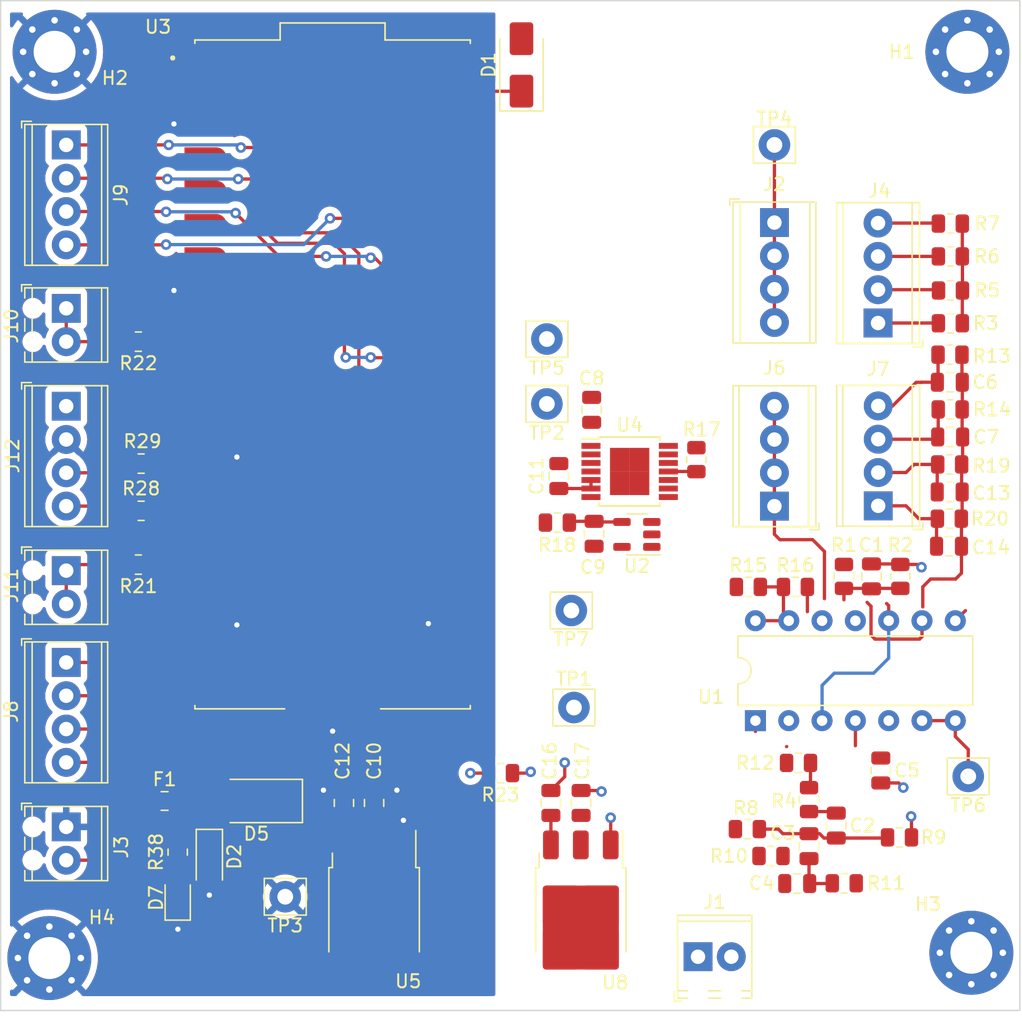
<source format=kicad_pcb>
(kicad_pcb (version 20221018) (generator pcbnew)
  (layers (0 "F.Cu" signal) (31 "B.Cu" signal) (34 "B.Paste" user) (35 "F.Paste" user) (36 "B.SilkS" user "B.Silkscreen") (37 "F.SilkS" user "F.Silkscreen") (38 "B.Mask" user) (39 "F.Mask" user) (44 "Edge.Cuts" user))
  (net 0 "")
  (net 1 "/Analog Front End/V{slash}2")
  (net 2 "GNDA")
  (net 3 "Net-(C2-Pad1)")
  (net 4 "Net-(C2-Pad2)")
  (net 5 "Net-(C3-Pad1)")
  (net 6 "Net-(J2-Pin_1)")
  (net 7 "+5V")
  (net 8 "Net-(J7-Pin_4)")
  (net 9 "Net-(U4-+IN1)")
  (net 10 "Net-(J7-Pin_3)")
  (net 11 "Net-(U2-K)")
  (net 12 "+3.3V")
  (net 13 "GNDD")
  (net 14 "Net-(D5-K)")
  (net 15 "Net-(J7-Pin_2)")
  (net 16 "Net-(J7-Pin_1)")
  (net 17 "Net-(D1-K)")
  (net 18 "Net-(D2-K)")
  (net 19 "Net-(D7-A)")
  (net 20 "+12V")
  (net 21 "Net-(J1-Pin_1)")
  (net 22 "Net-(J1-Pin_2)")
  (net 23 "Net-(J4-Pin_1)")
  (net 24 "Net-(J4-Pin_2)")
  (net 25 "Net-(J8-Pin_1)")
  (net 26 "Net-(J8-Pin_2)")
  (net 27 "Net-(J8-Pin_3)")
  (net 28 "Net-(J8-Pin_4)")
  (net 29 "Net-(J9-Pin_1)")
  (net 30 "Net-(J9-Pin_2)")
  (net 31 "Net-(J9-Pin_3)")
  (net 32 "Net-(J9-Pin_4)")
  (net 33 "Net-(J10-Pin_1)")
  (net 34 "Net-(J11-Pin_1)")
  (net 35 "/SDA")
  (net 36 "/SCL")
  (net 37 "Net-(U1A--)")
  (net 38 "Net-(J4-Pin_3)")
  (net 39 "Net-(J4-Pin_4)")
  (net 40 "Net-(U1D-+)")
  (net 41 "/Analog Front End/CS")
  (net 42 "Net-(U1B--)")
  (net 43 "Net-(U1D--)")
  (net 46 "/Analog Front End/SCK")
  (net 50 "/Analog Front End/INTERUPT")
  (net 51 "/Analog Front End/DATA_IN")
  (net 52 "/Analog Front End/DATA_OUT")
  (footprint "Capacitor_SMD:C_0805_2012Metric" (layer "F.Cu") (at 173.65 93.5625)
    (fp_text reference "C13")
    (fp_text value "TBD")
  )
  (footprint "Resistor_SMD:R_0805_2012Metric" (layer "F.Cu") (at 139.4 115 180)
    (fp_text reference "R23")
    (fp_text value "0")
  )
  (footprint "Resistor_SMD:R_0805_2012Metric" (layer "F.Cu") (at 173.7 75.6)
    (fp_text reference "R6")
    (fp_text value "50k+/-0.1%")
  )
  (footprint "Resistor_SMD:R_0805_2012Metric" (layer "F.Cu") (at 158.225 119.27 180)
    (fp_text reference "R8")
    (fp_text value "13k")
  )
  (footprint "Connector_Pin:Pin_D1.2mm_L10.2mm_W2.9mm_FlatFork" (layer "F.Cu") (at 122.9875 124.425)
    (fp_text reference "TP3")
    (fp_text value "4952")
  )
  (footprint "Capacitor_SMD:C_0805_2012Metric" (layer "F.Cu") (at 165 119 90)
    (fp_text reference "C2")
    (fp_text value "100pF")
  )
  (footprint "TerminalBlock_Phoenix:TerminalBlock_Phoenix_MPT-0,5-4-2.54_1x04_P2.54mm_Horizontal" (layer "F.Cu") (at 168.1875 80.68 90)
    (fp_text reference "J4")
    (fp_text value "Switch")
  )
  (footprint "TerminalBlock_Phoenix:TerminalBlock_Phoenix_MPT-0,5-4-2.54_1x04_P2.54mm_Horizontal" (layer "F.Cu") (at 160.2875 94.645 90)
    (fp_text reference "J6")
    (fp_text value "Switch")
  )
  (footprint "Connector_Pin:Pin_D1.2mm_L10.2mm_W2.9mm_FlatFork" (layer "F.Cu") (at 175.065 115.25)
    (fp_text reference "TP6")
    (fp_text value "4952")
  )
  (footprint "Fuse:Fuse_0805_2012Metric" (layer "F.Cu") (at 113.7875 117.125)
    (fp_text reference "F1")
    (fp_text value "2A")
  )
  (footprint "TerminalBlock_Phoenix:TerminalBlock_Phoenix_MPT-0,5-4-2.54_1x04_P2.54mm_Horizontal" (layer "F.Cu") (at 106.2875 67.1 -90)
    (fp_text reference "J9")
    (fp_text value "Current Range Switch Indicator")
  )
  (footprint "Connector_Pin:Pin_D1.2mm_L10.2mm_W2.9mm_FlatFork" (layer "F.Cu") (at 142.9375 86.85)
    (fp_text reference "TP2")
    (fp_text value "4952")
  )
  (footprint "Capacitor_SMD:C_0805_2012Metric" (layer "F.Cu") (at 143.245 117.275 90)
    (fp_text reference "C16")
    (fp_text value "0.1uF")
  )
  (footprint "Diode_SMD:D_SMA" (layer "F.Cu") (at 120.7875 117.125 180)
    (fp_text reference "D5")
    (fp_text value "B140-13-F")
  )
  (footprint "Capacitor_SMD:C_0805_2012Metric" (layer "F.Cu") (at 168.4 114.8 -90)
    (fp_text reference "C5")
    (fp_text value "0.1uF")
  )
  (footprint "Resistor_SMD:R_0805_2012Metric" (layer "F.Cu") (at 158.3 100.8)
    (fp_text reference "R15")
    (fp_text value "10k")
  )
  (footprint "Capacitor_SMD:C_0805_2012Metric" (layer "F.Cu") (at 129.7625 117.275 90)
    (fp_text reference "C10")
    (fp_text value "10uF")
  )
  (footprint "TerminalBlock_Phoenix:TerminalBlock_Phoenix_MPT-0,5-2-2.54_1x02_P2.54mm_Horizontal" (layer "F.Cu") (at 106.2875 119.1 -90)
    (fp_text reference "J3")
    (fp_text value "12V Power")
  )
  (footprint "Resistor_SMD:R_0805_2012Metric" (layer "F.Cu") (at 169.8875 100 90)
    (fp_text reference "R2")
    (fp_text value "10k")
  )
  (footprint "Diode_SMD:D_SMA" (layer "F.Cu") (at 141 61 90)
    (fp_text reference "D1")
    (fp_text value "B140-13-F")
  )
  (footprint "Connector_Pin:Pin_D1.2mm_L10.2mm_W2.9mm_FlatFork" (layer "F.Cu") (at 144.8 102.6)
    (fp_text reference "TP7")
    (fp_text value "4952")
  )
  (footprint "LC_meter:MODULE_SC0915" (layer "F.Cu") (at 126.5975 84.6)
    (fp_text reference "U3")
    (fp_text value "Raspberry Pi Pico SC0915")
  )
  (footprint "Resistor_SMD:R_0805_2012Metric" (layer "F.Cu") (at 169.825 119.9)
    (fp_text reference "R9")
    (fp_text value "13k")
  )
  (footprint "Resistor_SMD:R_0805_2012Metric" (layer "F.Cu") (at 173.6875 87.26875)
    (fp_text reference "R14")
    (fp_text value "330+/-0.1%")
  )
  (footprint "Package_TO_SOT_SMD:TO-252-3_TabPin2" (layer "F.Cu") (at 145.525 125.515 -90)
    (fp_text reference "U8")
    (fp_text value "LM1117DT-5.0")
  )
  (footprint "TerminalBlock_Phoenix:TerminalBlock_Phoenix_MPT-0,5-4-2.54_1x04_P2.54mm_Horizontal" (layer "F.Cu") (at 106.2875 87.02 -90)
    (fp_text reference "J12")
    (fp_text value "Display Connector")
  )
  (footprint "Capacitor_SMD:C_0805_2012Metric" (layer "F.Cu") (at 146.5375 96.75 -90)
    (fp_text reference "C9")
    (fp_text value "10uF")
  )
  (footprint "Resistor_SMD:R_0805_2012Metric" (layer "F.Cu") (at 111.7875 82.1 180)
    (fp_text reference "R22")
    (fp_text value "10k")
  )
  (footprint "Resistor_SMD:R_0805_2012Metric" (layer "F.Cu") (at 111.7875 99.1 180)
    (fp_text reference "R21")
    (fp_text value "10k")
  )
  (footprint "TerminalBlock_Phoenix:TerminalBlock_Phoenix_MPT-0,5-4-2.54_1x04_P2.54mm_Horizontal" (layer "F.Cu") (at 160.2875 73.02 -90)
    (fp_text reference "J2")
    (fp_text value "Switch")
  )
  (footprint "Resistor_SMD:R_0805_2012Metric" (layer "F.Cu") (at 162.125 114.22 180)
    (fp_text reference "R12")
    (fp_text value "187k")
  )
  (footprint "Resistor_SMD:R_0805_2012Metric" (layer "F.Cu") (at 173.675 83.09375)
    (fp_text reference "R13")
    (fp_text value "1e3+/-0.1%")
  )
  (footprint "Resistor_SMD:R_0805_2012Metric" (layer "F.Cu") (at 173.625 95.6)
    (fp_text reference "R20")
    (fp_text value "TBD")
  )
  (footprint "Resistor_SMD:R_0805_2012Metric" (layer "F.Cu") (at 173.65 91.4625)
    (fp_text reference "R19")
    (fp_text value "TBD")
  )
  (footprint "Resistor_SMD:R_0805_2012Metric" (layer "F.Cu") (at 160.025 121.32)
    (fp_text reference "R10")
    (fp_text value "13k")
  )
  (footprint "Capacitor_SMD:C_0805_2012Metric" (layer "F.Cu") (at 146.35 87.3 90)
    (fp_text reference "C8")
    (fp_text value "0.1uF")
  )
  (footprint "Resistor_SMD:R_0805_2012Metric" (layer "F.Cu") (at 114.7875 121.025 90)
    (fp_text reference "R38")
    (fp_text value "1.78k")
  )
  (footprint "Resistor_SMD:R_0805_2012Metric" (layer "F.Cu") (at 112 91.4 180)
    (fp_text reference "R29")
    (fp_text value "10k")
  )
  (footprint "Resistor_SMD:R_0805_2012Metric" (layer "F.Cu") (at 143.7375 95.9)
    (fp_text reference "R18")
    (fp_text value "1k")
  )
  (footprint "MountingHole:MountingHole_3.2mm_M3_Pad_Via" (layer "F.Cu") (at 105 129.1)
    (fp_text reference "H4")
    (fp_text value "M3")
  )
  (footprint "Connector_Pin:Pin_D1.2mm_L10.2mm_W2.9mm_FlatFork" (layer "F.Cu") (at 160.2875 67.1)
    (fp_text reference "TP4")
    (fp_text value "4952")
  )
  (footprint "Resistor_SMD:R_0805_2012Metric" (layer "F.Cu") (at 154.3375 91.1 -90)
    (fp_text reference "R17")
    (fp_text value "10k")
  )
  (footprint "TerminalBlock_Phoenix:TerminalBlock_Phoenix_MPT-0,5-2-2.54_1x02_P2.54mm_Horizontal" (layer "F.Cu") (at 106.2875 79.56 -90)
    (fp_text reference "J10")
    (fp_text value "Range Switch")
  )
  (footprint "Capacitor_SMD:C_0805_2012Metric" (layer "F.Cu") (at 145.545 117.275 90)
    (fp_text reference "C17")
    (fp_text value "10uF")
  )
  (footprint "Resistor_SMD:R_0805_2012Metric" (layer "F.Cu") (at 165.5875 100 -90)
    (fp_text reference "R1")
    (fp_text value "10k")
  )
  (footprint "MountingHole:MountingHole_3.2mm_M3_Pad_Via" (layer "F.Cu") (at 175 60)
    (fp_text reference "H1")
    (fp_text value "M3")
  )
  (footprint "Package_TO_SOT_SMD:TO-252-3_TabPin2" (layer "F.Cu") (at 129.7625 125.515 -90)
    (fp_text reference "U5")
    (fp_text value "LM1117DT-3.3")
  )
  (footprint "Package_SO:TSSOP-14-1EP_4.4x5mm_P0.65mm" (layer "F.Cu") (at 149.25 92)
    (fp_text reference "U4")
    (fp_text value "ADS8328IPW")
  )
  (footprint "TerminalBlock_Phoenix:TerminalBlock_Phoenix_MPT-0,5-4-2.54_1x04_P2.54mm_Horizontal" (layer "F.Cu") (at 168.2 94.62 90)
    (fp_text reference "J7")
    (fp_text value "Switch")
  )
  (footprint "Resistor_SMD:R_0805_2012Metric" (layer "F.Cu") (at 173.7 73.1)
    (fp_text reference "R7")
    (fp_text value "500k+/-0.1%")
  )
  (footprint "Connector_Pin:Pin_D1.2mm_L10.2mm_W2.9mm_FlatFork" (layer "F.Cu") (at 142.9375 81.9)
    (fp_text reference "TP5")
    (fp_text value "4952")
  )
  (footprint "Resistor_SMD:R_0805_2012Metric" (layer "F.Cu") (at 112 95 180)
    (fp_text reference "R28")
    (fp_text value "10k")
  )
  (footprint "Resistor_SMD:R_0805_2012Metric" (layer "F.Cu") (at 161.8875 100.8)
    (fp_text reference "R16")
    (fp_text value "10k")
  )
  (footprint "TerminalBlock_Phoenix:TerminalBlock_Phoenix_MPT-0,5-2-2.54_1x02_P2.54mm_Horizontal" (layer "F.Cu") (at 106.2875 99.56 -90)
    (fp_text reference "J11")
    (fp_text value "Range Switch")
  )
  (footprint "Capacitor_SMD:C_0805_2012Metric" (layer "F.Cu") (at 143.85 92.35 -90)
    (fp_text reference "C11")
    (fp_text value "0.1uF")
  )
  (footprint "Capacitor_SMD:C_0805_2012Metric" (layer "F.Cu") (at 162.925 120.57 90)
    (fp_text reference "C3")
    (fp_text value "100pF")
  )
  (footprint "Resistor_SMD:R_0805_2012Metric" (layer "F.Cu") (at 162.925 117.02 90)
    (fp_text reference "R4")
    (fp_text value "6.49k")
  )
  (footprint "LED_SMD:LED_0805_2012Metric" (layer "F.Cu") (at 114.7875 124.525 90)
    (fp_text reference "D7")
    (fp_text value "LTST-C171TBKT")
  )
  (footprint "MountingHole:MountingHole_3.2mm_M3_Pad_Via" (layer "F.Cu") (at 175.302944 128.697056)
    (fp_text reference "H3")
    (fp_text value "M3")
  )
  (footprint "Resistor_SMD:R_0805_2012Metric" (layer "F.Cu") (at 165.6125 123.4)
    (fp_text reference "R11")
    (fp_text value "13k")
  )
  (footprint "Package_DIP:DIP-14_W7.62mm" (layer "F.Cu") (at 158.84 111 90)
    (fp_text reference "U1")
    (fp_text value "LM6144xIx")
  )
  (footprint "Resistor_SMD:R_0805_2012Metric" (layer "F.Cu") (at 173.7 80.7)
    (fp_text reference "R3")
    (fp_text value "500+/-0.1%")
  )
  (footprint "Capacitor_SMD:C_0805_2012Metric" (layer "F.Cu") (at 167.6875 100 90)
    (fp_text reference "C1")
    (fp_text value "0.1uF")
  )
  (footprint "Capacitor_SMD:C_0805_2012Metric" (layer "F.Cu") (at 173.6875 89.36875)
    (fp_text reference "C7")
    (fp_text value "C")
  )
  (footprint "Capacitor_SMD:C_0805_2012Metric" (layer "F.Cu") (at 162.025 123.42)
    (fp_text reference "C4")
    (fp_text value "100pF")
  )
  (footprint "Capacitor_SMD:C_0805_2012Metric" (layer "F.Cu") (at 173.6625 85.19375)
    (fp_text reference "C6")
    (fp_text value "C")
  )
  (footprint "TerminalBlock_Phoenix:TerminalBlock_Phoenix_MPT-0,5-4-2.54_1x04_P2.54mm_Horizontal" (layer "F.Cu") (at 106.2875 106.56 -90)
    (fp_text reference "J8")
    (fp_text value "Thevenin Range Switch Indicator")
  )
  (footprint "Capacitor_SMD:C_0805_2012Metric" (layer "F.Cu") (at 173.6 97.7)
    (fp_text reference "C14")
    (fp_text value "TBD")
  )
  (footprint "Diode_SMD:D_SOD-123F" (layer "F.Cu") (at 117.2 121.5 -90)
    (fp_text reference "D2")
    (fp_text value "SMF13A")
  )
  (footprint "Capacitor_SMD:C_0805_2012Metric" (layer "F.Cu") (at 127.4625 117.275 90)
    (fp_text reference "C12")
    (fp_text value "10uF")
  )
  (footprint "MountingHole:MountingHole_3.2mm_M3_Pad_Via" (layer "F.Cu") (at 105.4 60)
    (fp_text reference "H2")
    (fp_text value "M3")
  )
  (footprint "Package_TO_SOT_SMD:SOT-23-5" (layer "F.Cu") (at 149.8 96.8 180)
    (fp_text reference "U2")
    (fp_text value "LM4030-4.096")
  )
  (footprint "TerminalBlock_Phoenix:TerminalBlock_Phoenix_MPT-0,5-2-2.54_1x02_P2.54mm_Horizontal" (layer "F.Cu") (at 154.46 129)
    (fp_text reference "J1")
    (fp_text value "DUT")
  )
  (footprint "Connector_Pin:Pin_D1.2mm_L10.2mm_W2.9mm_FlatFork" (layer "F.Cu") (at 145 110 180)
    (fp_text reference "TP1")
    (fp_text value "4952")
  )
  (footprint "Resistor_SMD:R_0805_2012Metric" (layer "F.Cu") (at 173.7125 78.2)
    (fp_text reference "R5")
    (fp_text value "5k+/-0.1%")
  )
  (gr_line (start 179 133.1) (end 101.2875 133.1) (stroke (width 0.1)) (layer "Edge.Cuts"))
  (gr_line (start 101.2875 133.1) (end 101.2875 56.1) (stroke (width 0.1)) (layer "Edge.Cuts"))
  (gr_line (start 179 56.1) (end 179 133.1) (stroke (width 0.1)) (layer "Edge.Cuts"))
  (gr_line (start 101.2875 56.1) (end 179 56.1) (stroke (width 0.1)) (layer "Edge.Cuts"))
  (segment (start 169 102.2275) (end 169 103.38) (width 0.25) (layer "F.Cu") (net 1))
  (segment (start 167.725 100.9125) (end 167.6875 100.95) (width 0.25) (layer "F.Cu") (net 1))
  (segment (start 167.65 100.9125) (end 167.6875 100.95) (width 0.25) (layer "F.Cu") (net 1))
  (segment (start 169.8875 100.9125) (end 167.725 100.9125) (width 0.25) (layer "F.Cu") (net 1))
  (segment (start 168.84 102.0675) (end 169 102.2275) (width 0.25) (layer "F.Cu") (net 1))
  (segment (start 165.5875 100.9125) (end 167.65 100.9125) (width 0.25) (layer "F.Cu") (net 1))
  (segment (start 165.5875 100.9125) (end 165.5875 101.7875) (width 0.25) (layer "F.Cu") (net 1))
  (segment (start 164.8525 107.38) (end 163.92 108.3125) (width 0.25) (layer "B.Cu") (net 1))
  (segment (start 167.8525 107.38) (end 164.8525 107.38) (width 0.25) (layer "B.Cu") (net 1))
  (segment (start 163.92 108.3125) (end 163.92 111) (width 0.25) (layer "B.Cu") (net 1))
  (segment (start 169 103.38) (end 169 106.2325) (width 0.25) (layer "B.Cu") (net 1))
  (segment (start 169 106.2325) (end 167.8525 107.38) (width 0.25) (layer "B.Cu") (net 1))
  (segment (start 145.545 116.325) (end 147.025 116.325) (width 0.25) (layer "F.Cu") (net 2))
  (segment (start 138.4875 115) (end 137.1 115) (width 0.25) (layer "F.Cu") (net 2))
  (segment (start 162.8 100.8) (end 162.8 102.6925) (width 0.25) (layer "F.Cu") (net 2))
  (segment (start 171.2875 99.0875) (end 171.5 99.3) (width 0.25) (layer "F.Cu") (net 2))
  (segment (start 166.0525 102.9725) (end 166.46 103.38) (width 0.25) (layer "F.Cu") (net 2))
  (segment (start 170.7375 118.325) (end 170.7125 118.3) (width 0.25) (layer "F.Cu") (net 2))
  (segment (start 170.7375 119.9) (end 170.7375 118.325) (width 0.25) (layer "F.Cu") (net 2))
  (segment (start 147.025 116.325) (end 147.1 116.4) (width 0.25) (layer "F.Cu") (net 2))
  (segment (start 143.85 93.3) (end 146.3 93.3) (width 0.25) (layer "F.Cu") (net 2))
  (segment (start 167.6875 99.05) (end 169.85 99.05) (width 0.25) (layer "F.Cu") (net 2))
  (segment (start 169.8875 99.0875) (end 171.2875 99.0875) (width 0.25) (layer "F.Cu") (net 2))
  (segment (start 168.4 115.75) (end 169.7625 115.75) (width 0.25) (layer "F.Cu") (net 2))
  (segment (start 169.7625 115.75) (end 170.1125 116.1) (width 0.25) (layer "F.Cu") (net 2))
  (segment (start 144.3 115.27) (end 144.3 114.2) (width 0.25) (layer "F.Cu") (net 2))
  (segment (start 143.245 116.325) (end 144.3 115.27) (width 0.25) (layer "F.Cu") (net 2))
  (segment (start 146.3 92.65) (end 146.3 93.3) (width 0.25) (layer "F.Cu") (net 2))
  (segment (start 147.805 120.475) (end 147.805 118.405) (width 0.25) (layer "F.Cu") (net 2))
  (segment (start 147.805 118.405) (end 147.8 118.4) (width 0.25) (layer "F.Cu") (net 2))
  (segment (start 169.85 99.05) (end 169.8875 99.0875) (width 0.25) (layer "F.Cu") (net 2))
  (via (at 144.3 114.2) (size 0.8) (drill 0.4) (layers "F.Cu" "B.Cu") (net 2))
  (via (at 137.1 115) (size 0.8) (drill 0.4) (layers "F.Cu" "B.Cu") (net 2))
  (via (at 147.8 118.4) (size 0.8) (drill 0.4) (layers "F.Cu" "B.Cu") (net 2))
  (via (at 147.1 116.4) (size 0.8) (drill 0.4) (layers "F.Cu" "B.Cu") (net 2))
  (via (at 170.7125 118.3) (size 0.8) (drill 0.4) (layers "F.Cu" "B.Cu") (net 2))
  (via (at 170.1125 116.1) (size 0.8) (drill 0.4) (layers "F.Cu" "B.Cu") (net 2))
  (via (at 171.5 99.3) (size 0.8) (drill 0.4) (layers "F.Cu" "B.Cu") (net 2))
  (segment (start 168.8625 119.95) (end 168.9125 119.9) (width 0.25) (layer "F.Cu") (net 3))
  (segment (start 165 119.95) (end 168.8625 119.95) (width 0.25) (layer "F.Cu") (net 3))
  (segment (start 160.9325 119.62) (end 162.925 119.62) (width 0.25) (layer "F.Cu") (net 3))
  (segment (start 163.7325 119.62) (end 164.0625 119.95) (width 0.25) (layer "F.Cu") (net 3))
  (segment (start 164.0625 119.95) (end 165 119.95) (width 0.25) (layer "F.Cu") (net 3))
  (segment (start 162.925 119.62) (end 163.7325 119.62) (width 0.25) (layer "F.Cu") (net 3))
  (segment (start 160.5825 119.27) (end 160.9325 119.62) (width 0.25) (layer "F.Cu") (net 3))
  (segment (start 159.1375 119.27) (end 160.5825 119.27) (width 0.25) (layer "F.Cu") (net 3))
  (segment (start 164.8825 117.9325) (end 165 118.05) (width 0.25) (layer "F.Cu") (net 4))
  (segment (start 162.925 117.9325) (end 164.8825 117.9325) (width 0.25) (layer "F.Cu") (net 4))
  (segment (start 162.925 121.52) (end 162.925 123.37) (width 0.25) (layer "F.Cu") (net 5))
  (segment (start 164.68 123.42) (end 164.7 123.4) (width 0.25) (layer "F.Cu") (net 5))
  (segment (start 162.925 123.37) (end 162.975 123.42) (width 0.25) (layer "F.Cu") (net 5))
  (segment (start 162.975 123.42) (end 164.68 123.42) (width 0.25) (layer "F.Cu") (net 5))
  (segment (start 164.62 123.32) (end 164.7 123.4) (width 0.25) (layer "F.Cu") (net 5))
  (segment (start 158.84 111) (end 158.84 111.825) (width 0.25) (layer "F.Cu") (net 6))
  (segment (start 160.2875 73.02) (end 160.2875 67.1) (width 0.25) (layer "F.Cu") (net 6))
  (segment (start 160.2875 78.1) (end 160.2875 80.64) (width 0.25) (layer "F.Cu") (net 6))
  (segment (start 160.2875 75.56) (end 160.2875 78.1) (width 0.25) (layer "F.Cu") (net 6))
  (segment (start 161.225 112.97) (end 161.2125 112.9825) (width 0.25) (layer "F.Cu") (net 6))
  (segment (start 160.2875 73.02) (end 160.2875 75.56) (width 0.25) (layer "F.Cu") (net 6))
  (segment (start 168.52 113.73) (end 168.4 113.85) (width 0.25) (layer "F.Cu") (net 7))
  (segment (start 166.46 111) (end 166.46 112.91) (width 0.25) (layer "F.Cu") (net 7))
  (segment (start 168.2 87) (end 169.3 87) (width 0.25) (layer "F.Cu") (net 8))
  (segment (start 171.50625 85.19375) (end 172.7125 85.19375) (width 0.25) (layer "F.Cu") (net 8))
  (segment (start 171.5 85.2) (end 171.50625 85.19375) (width 0.25) (layer "F.Cu") (net 8))
  (segment (start 172.7625 85.14375) (end 172.7125 85.19375) (width 0.25) (layer "F.Cu") (net 8))
  (segment (start 171.1 85.2) (end 171.5 85.2) (width 0.25) (layer "F.Cu") (net 8))
  (segment (start 169.3 87) (end 171.1 85.2) (width 0.25) (layer "F.Cu") (net 8))
  (segment (start 172.7625 83.09375) (end 172.7625 85.14375) (width 0.25) (layer "F.Cu") (net 8))
  (segment (start 171.6 102.3275) (end 171.6 100.8) (width 0.25) (layer "F.Cu") (net 9))
  (segment (start 174.6 87.26875) (end 174.6 89.33125) (width 0.25) (layer "F.Cu") (net 9))
  (segment (start 174.6375 89.36875) (end 174.6375 91.3875) (width 0.25) (layer "F.Cu") (net 9))
  (segment (start 174.6 89.33125) (end 174.6375 89.36875) (width 0.25) (layer "F.Cu") (net 9))
  (segment (start 174.5625 93.525) (end 174.6 93.5625) (width 0.25) (layer "F.Cu") (net 9))
  (segment (start 174.1 100.2) (end 174.55 99.75) (width 0.25) (layer "F.Cu") (net 9))
  (segment (start 174.5625 91.4625) (end 174.5625 93.525) (width 0.25) (layer "F.Cu") (net 9))
  (segment (start 174.55 97.7) (end 174.55 95.6125) (width 0.25) (layer "F.Cu") (net 9))
  (segment (start 174.6125 87.25625) (end 174.6 87.26875) (width 0.25) (layer "F.Cu") (net 9))
  (segment (start 171.6 100.8) (end 172.2 100.2) (width 0.25) (layer "F.Cu") (net 9))
  (segment (start 174.55 95.6125) (end 174.5375 95.6) (width 0.25) (layer "F.Cu") (net 9))
  (segment (start 174.6125 85.19375) (end 174.6125 87.25625) (width 0.25) (layer "F.Cu") (net 9))
  (segment (start 172.2 100.2) (end 174.1 100.2) (width 0.25) (layer "F.Cu") (net 9))
  (segment (start 174.55 99.75) (end 174.55 97.7) (width 0.25) (layer "F.Cu") (net 9))
  (segment (start 174.5875 83.09375) (end 174.5875 85.16875) (width 0.25) (layer "F.Cu") (net 9))
  (segment (start 174.6 95.5375) (end 174.5375 95.6) (width 0.25) (layer "F.Cu") (net 9))
  (segment (start 174.6 93.5625) (end 174.6 95.5375) (width 0.25) (layer "F.Cu") (net 9))
  (segment (start 174.6375 91.3875) (end 174.5625 91.4625) (width 0.25) (layer "F.Cu") (net 9))
  (segment (start 174.5875 85.16875) (end 174.6125 85.19375) (width 0.25) (layer "F.Cu") (net 9))
  (segment (start 174.08 103.38) (end 174.8525 102.6075) (width 0.25) (layer "F.Cu") (net 9))
  (segment (start 168.2 89.54) (end 172.56625 89.54) (width 0.25) (layer "F.Cu") (net 10))
  (segment (start 172.775 89.33125) (end 172.7375 89.36875) (width 0.25) (layer "F.Cu") (net 10))
  (segment (start 172.56625 89.54) (end 172.7375 89.36875) (width 0.25) (layer "F.Cu") (net 10))
  (segment (start 172.775 87.26875) (end 172.775 89.33125) (width 0.25) (layer "F.Cu") (net 10))
  (segment (start 144.75 95.8) (end 144.65 95.9) (width 0.25) (layer "F.Cu") (net 11))
  (segment (start 146.5375 95.8) (end 144.75 95.8) (width 0.25) (layer "F.Cu") (net 11))
  (segment (start 146.5875 95.85) (end 146.5375 95.8) (width 0.25) (layer "F.Cu") (net 11))
  (segment (start 148.6625 95.85) (end 146.5875 95.85) (width 0.25) (layer "F.Cu") (net 11))
  (segment (start 116.9075 103.65) (end 119.25 103.65) (width 0.25) (layer "F.Cu") (net 13))
  (segment (start 114.7875 126.8875) (end 114.8 126.9) (width 0.25) (layer "F.Cu") (net 13))
  (segment (start 132.0425 118.6425) (end 132 118.6) (width 0.25) (layer "F.Cu") (net 13))
  (segment (start 119.25 103.65) (end 119.3 103.7) (width 0.25) (layer "F.Cu") (net 13))
  (segment (start 136.2875 103.65) (end 133.95 103.65) (width 0.25) (layer "F.Cu") (net 13))
  (segment (start 126.5975 109.3) (end 126.5975 111.7975) (width 0.25) (layer "F.Cu") (net 13))
  (segment (start 114.55 78.25) (end 114.5 78.2) (width 0.25) (layer "F.Cu") (net 13))
  (segment (start 133.95 103.65) (end 133.9 103.6) (width 0.25) (layer "F.Cu") (net 13))
  (segment (start 129.7625 116.325) (end 131.475 116.325) (width 0.25) (layer "F.Cu") (net 13))
  (segment (start 140.3125 115) (end 141.6 115) (width 0.25) (layer "F.Cu") (net 13))
  (segment (start 127.4625 116.325) (end 125.925 116.325) (width 0.25) (layer "F.Cu") (net 13))
  (segment (start 132.0425 120.475) (end 132.0425 118.6425) (width 0.25) (layer "F.Cu") (net 13))
  (segment (start 119.25 90.95) (end 119.3 90.9) (width 0.25) (layer "F.Cu") (net 13))
  (segment (start 114.7875 125.4625) (end 114.7875 126.8875) (width 0.25) (layer "F.Cu") (net 13))
  (segment (start 116.9075 90.95) (end 119.25 90.95) (width 0.25) (layer "F.Cu") (net 13))
  (segment (start 114.55 65.55) (end 114.5 65.5) (width 0.25) (layer "F.Cu") (net 13))
  (segment (start 116.9075 65.55) (end 114.55 65.55) (width 0.25) (layer "F.Cu") (net 13))
  (segment (start 131.475 116.325) (end 131.5 116.3) (width 0.25) (layer "F.Cu") (net 13))
  (segment (start 126.5975 111.7975) (end 126.6 111.8) (width 0.25) (layer "F.Cu") (net 13))
  (segment (start 125.925 116.325) (end 125.9 116.3) (width 0.25) (layer "F.Cu") (net 13))
  (segment (start 141.6 115) (end 141.7 114.9) (width 0.25) (layer "F.Cu") (net 13))
  (segment (start 117.2 122.9) (end 117.2 124.3) (width 0.25) (layer "F.Cu") (net 13))
  (segment (start 116.9075 78.25) (end 114.55 78.25) (width 0.25) (layer "F.Cu") (net 13))
  (via (at 117.2 124.3) (size 0.8) (drill 0.4) (layers "F.Cu" "B.Cu") (net 13))
  (via (at 133.9 103.6) (size 0.8) (drill 0.4) (layers "F.Cu" "B.Cu") (net 13))
  (via (at 126.6 111.8) (size 0.8) (drill 0.4) (layers "F.Cu" "B.Cu") (net 13))
  (via (at 141.7 114.9) (size 0.8) (drill 0.4) (layers "F.Cu" "B.Cu") (net 13))
  (via (at 119.3 90.9) (size 0.8) (drill 0.4) (layers "F.Cu" "B.Cu") (net 13))
  (via (at 114.5 78.2) (size 0.8) (drill 0.4) (layers "F.Cu" "B.Cu") (net 13))
  (via (at 132 118.6) (size 0.8) (drill 0.4) (layers "F.Cu" "B.Cu") (net 13))
  (via (at 114.8 126.9) (size 0.8) (drill 0.4) (layers "F.Cu" "B.Cu") (net 13))
  (via (at 131.5 116.3) (size 0.8) (drill 0.4) (layers "F.Cu" "B.Cu") (net 13))
  (via (at 114.5 65.5) (size 0.8) (drill 0.4) (layers "F.Cu" "B.Cu") (net 13))
  (via (at 119.3 103.7) (size 0.8) (drill 0.4) (layers "F.Cu" "B.Cu") (net 13))
  (via (at 125.9 116.3) (size 0.8) (drill 0.4) (layers "F.Cu" "B.Cu") (net 13))
  (segment (start 122.7875 117.125) (end 124.625 117.125) (width 0.25) (layer "F.Cu") (net 14))
  (segment (start 143.245 118.225) (end 143.245 120.475) (width 0.25) (layer "F.Cu") (net 14))
  (segment (start 124.625 117.125) (end 125.1 117.6) (width 0.25) (layer "F.Cu") (net 14))
  (segment (start 127.4625 120.455) (end 127.4825 120.475) (width 0.25) (layer "F.Cu") (net 14))
  (segment (start 125.1 118) (end 125.325 118.225) (width 0.25) (layer "F.Cu") (net 14))
  (segment (start 125.325 118.225) (end 127.4625 118.225) (width 0.25) (layer "F.Cu") (net 14))
  (segment (start 127.4625 118.225) (end 127.4625 120.455) (width 0.25) (layer "F.Cu") (net 14))
  (segment (start 125.1 117.6) (end 125.1 118) (width 0.25) (layer "F.Cu") (net 14))
  (segment (start 170.32 92.08) (end 170.9375 91.4625) (width 0.25) (layer "F.Cu") (net 15))
  (segment (start 172.7 91.5) (end 172.7375 91.4625) (width 0.25) (layer "F.Cu") (net 15))
  (segment (start 172.7 93.5625) (end 172.7 91.5) (width 0.25) (layer "F.Cu") (net 15))
  (segment (start 170.9375 91.4625) (end 172.7375 91.4625) (width 0.25) (layer "F.Cu") (net 15))
  (segment (start 168.2 92.08) (end 170.32 92.08) (width 0.25) (layer "F.Cu") (net 15))
  (segment (start 171.3 95.6) (end 172.7125 95.6) (width 0.25) (layer "F.Cu") (net 16))
  (segment (start 172.65 97.7) (end 172.65 95.6625) (width 0.25) (layer "F.Cu") (net 16))
  (segment (start 170.32 94.62) (end 171.3 95.6) (width 0.25) (layer "F.Cu") (net 16))
  (segment (start 172.65 95.6625) (end 172.7125 95.6) (width 0.25) (layer "F.Cu") (net 16))
  (segment (start 168.2 94.62) (end 170.32 94.62) (width 0.25) (layer "F.Cu") (net 16))
  (segment (start 140.99 63.01) (end 141 63) (width 0.25) (layer "F.Cu") (net 17))
  (segment (start 136.2875 63.01) (end 140.99 63.01) (width 0.25) (layer "F.Cu") (net 17))
  (segment (start 117.2 119.2) (end 117.7 118.7) (width 0.25) (layer "F.Cu") (net 18))
  (segment (start 117.2 120.1) (end 117.2 119.2) (width 0.25) (layer "F.Cu") (net 18))
  (segment (start 117.1875 120.1125) (end 117.2 120.1) (width 0.25) (layer "F.Cu") (net 18))
  (segment (start 117.7 118.7) (end 118.5 118.7) (width 0.25) (layer "F.Cu") (net 18))
  (segment (start 114.725 117.125) (end 118.7875 117.125) (width 0.25) (layer "F.Cu") (net 18))
  (segment (start 118.7875 118.4125) (end 118.7875 117.125) (width 0.25) (layer "F.Cu") (net 18))
  (segment (start 114.7875 120.1125) (end 117.1875 120.1125) (width 0.25) (layer "F.Cu") (net 18))
  (segment (start 118.5 118.7) (end 118.7875 118.4125) (width 0.25) (layer "F.Cu") (net 18))
  (segment (start 114.7875 121.9375) (end 114.7875 123.5875) (width 0.25) (layer "F.Cu") (net 19))
  (segment (start 106.2875 121.64) (end 110.36 121.64) (width 0.25) (layer "F.Cu") (net 20))
  (segment (start 110.8 121.2) (end 110.8 118.2) (width 0.25) (layer "F.Cu") (net 20))
  (segment (start 110.36 121.64) (end 110.8 121.2) (width 0.25) (layer "F.Cu") (net 20))
  (segment (start 110.8 118.2) (end 111.875 117.125) (width 0.25) (layer "F.Cu") (net 20))
  (segment (start 111.875 117.125) (end 112.85 117.125) (width 0.25) (layer "F.Cu") (net 20))
  (segment (start 164.1 98.1) (end 164.1 101.7) (width 0.25) (layer "F.Cu") (net 21))
  (segment (start 167.6525 102.28) (end 167.6525 104.48) (width 0.25) (layer "F.Cu") (net 21))
  (segment (start 167.9525 104.78) (end 171.3525 104.78) (width 0.25) (layer "F.Cu") (net 21))
  (segment (start 160.2875 94.645) (end 160.2875 96.7875) (width 0.25) (layer "F.Cu") (net 21))
  (segment (start 167.3525 101.98) (end 167.6525 102.28) (width 0.25) (layer "F.Cu") (net 21))
  (segment (start 160.7 97.2) (end 163.2 97.2) (width 0.25) (layer "F.Cu") (net 21))
  (segment (start 160.2875 89.565) (end 160.2875 92.105) (width 0.25) (layer "F.Cu") (net 21))
  (segment (start 171.54 104.5925) (end 171.54 103.38) (width 0.25) (layer "F.Cu") (net 21))
  (segment (start 160.2875 96.7875) (end 160.7 97.2) (width 0.25) (layer "F.Cu") (net 21))
  (segment (start 171.3525 104.78) (end 171.54 104.5925) (width 0.25) (layer "F.Cu") (net 21))
  (segment (start 167.6525 104.48) (end 167.9525 104.78) (width 0.25) (layer "F.Cu") (net 21))
  (segment (start 160.2875 92.105) (end 160.2875 94.645) (width 0.25) (layer "F.Cu") (net 21))
  (segment (start 160.2875 87.025) (end 160.2875 89.565) (width 0.25) (layer "F.Cu") (net 21))
  (segment (start 163.2 97.2) (end 164.1 98.1) (width 0.25) (layer "F.Cu") (net 21))
  (segment (start 174.6125 80.7) (end 174.6125 78.2125) (width 0.25) (layer "F.Cu") (net 22))
  (segment (start 174.625 78.2) (end 174.625 75.6125) (width 0.25) (layer "F.Cu") (net 22))
  (segment (start 174.625 75.6125) (end 174.6125 75.6) (width 0.25) (layer "F.Cu") (net 22))
  (segment (start 174.6125 75.6) (end 174.6125 73.1) (width 0.25) (layer "F.Cu") (net 22))
  (segment (start 174.6125 78.2125) (end 174.625 78.2) (width 0.25) (layer "F.Cu") (net 22))
  (segment (start 172.7675 80.68) (end 172.7875 80.7) (width 0.25) (layer "F.Cu") (net 23))
  (segment (start 168.1875 80.68) (end 172.7675 80.68) (width 0.25) (layer "F.Cu") (net 23))
  (segment (start 168.1875 78.14) (end 172.74 78.14) (width 0.25) (layer "F.Cu") (net 24))
  (segment (start 172.74 78.14) (end 172.8 78.2) (width 0.25) (layer "F.Cu") (net 24))
  (segment (start 106.2875 106.56) (end 111.84 106.56) (width 0.25) (layer "F.Cu") (net 25))
  (segment (start 114.29 101.11) (end 116.9075 101.11) (width 0.25) (layer "F.Cu") (net 25))
  (segment (start 111.84 106.56) (end 113.5 104.9) (width 0.25) (layer "F.Cu") (net 25))
  (segment (start 113.5 101.9) (end 114.29 101.11) (width 0.25) (layer "F.Cu") (net 25))
  (segment (start 113.5 104.9) (end 113.5 101.9) (width 0.25) (layer "F.Cu") (net 25))
  (segment (start 106.2875 109.1) (end 110.8 109.1) (width 0.25) (layer "F.Cu") (net 26))
  (segment (start 113.71 106.19) (end 116.9075 106.19) (width 0.25) (layer "F.Cu") (net 26))
  (segment (start 110.8 109.1) (end 113.71 106.19) (width 0.25) (layer "F.Cu") (net 26))
  (segment (start 113.1 108.7) (end 113.13 108.73) (width 0.25) (layer "F.Cu") (net 27))
  (segment (start 113.13 108.73) (end 116.9075 108.73) (width 0.25) (layer "F.Cu") (net 27))
  (segment (start 106.2875 111.64) (end 110.16 111.64) (width 0.25) (layer "F.Cu") (net 27))
  (segment (start 110.16 111.64) (end 113.1 108.7) (width 0.25) (layer "F.Cu") (net 27))
  (segment (start 106.2875 114.18) (end 109.52 114.18) (width 0.25) (layer "F.Cu") (net 28))
  (segment (start 113 110.7) (end 119.7 110.7) (width 0.25) (layer "F.Cu") (net 28))
  (segment (start 121.4 109) (end 121.4 107.4) (width 0.25) (layer "F.Cu") (net 28))
  (segment (start 119.7 110.7) (end 121.4 109) (width 0.25) (layer "F.Cu") (net 28))
  (segment (start 109.52 114.18) (end 113 110.7) (width 0.25) (layer "F.Cu") (net 28))
  (segment (start 132.53 108.73) (end 136.2875 108.73) (width 0.25) (layer "F.Cu") (net 28))
  (segment (start 121.4 107.4) (end 122.2 106.6) (width 0.25) (layer "F.Cu") (net 28))
  (segment (start 130.4 106.6) (end 132.53 108.73) (width 0.25) (layer "F.Cu") (net 28))
  (segment (start 122.2 106.6) (end 130.4 106.6) (width 0.25) (layer "F.Cu") (net 28))
  (segment (start 122.7 73.8) (end 127 73.8) (width 0.25) (layer "F.Cu") (net 29))
  (segment (start 122.3 73.4) (end 122.7 73.8) (width 0.25) (layer "F.Cu") (net 29))
  (segment (start 127 73.8) (end 128.6 75.4) (width 0.25) (layer "F.Cu") (net 29))
  (segment (start 119.6 67.3) (end 121.6 67.3) (width 0.25) (layer "F.Cu") (net 29))
  (segment (start 106.2875 67.1) (end 114.1 67.1) (width 0.25) (layer "F.Cu") (net 29))
  (segment (start 122.3 68) (end 122.3 73.4) (width 0.25) (layer "F.Cu") (net 29))
  (segment (start 129.71 88.41) (end 136.2875 88.41) (width 0.25) (layer "F.Cu") (net 29))
  (segment (start 121.6 67.3) (end 122.3 68) (width 0.25) (layer "F.Cu") (net 29))
  (segment (start 128.6 87.3) (end 129.71 88.41) (width 0.25) (layer "F.Cu") (net 29))
  (segment (start 128.6 75.4) (end 128.6 87.3) (width 0.25) (layer "F.Cu") (net 29))
  (via (at 114.1 67.1) (size 0.8) (drill 0.4) (layers "F.Cu" "B.Cu") (net 29))
  (via (at 119.6 67.3) (size 0.8) (drill 0.4) (layers "F.Cu" "B.Cu") (net 29))
  (segment (start 119.4 67.1) (end 119.6 67.3) (width 0.25) (layer "B.Cu") (net 29))
  (segment (start 114.1 67.1) (end 119.4 67.1) (width 0.25) (layer "B.Cu") (net 29))
  (segment (start 121.5 70.1) (end 121.5 73.7) (width 0.25) (layer "F.Cu") (net 30))
  (segment (start 119.4 69.7) (end 121.1 69.7) (width 0.25) (layer "F.Cu") (net 30))
  (segment (start 106.2875 69.64) (end 113.94 69.64) (width 0.25) (layer "F.Cu") (net 30))
  (segment (start 122.4 74.6) (end 126.3 74.6) (width 0.25) (layer "F.Cu") (net 30))
  (segment (start 129.53 83.33) (end 136.2875 83.33) (width 0.25) (layer "F.Cu") (net 30))
  (segment (start 129.5 83.3) (end 129.53 83.33) (width 0.25) (layer "F.Cu") (net 30))
  (segment (start 126.3 74.6) (end 126.7 74.6) (width 0.25) (layer "F.Cu") (net 30))
  (segment (start 127.5 83.2) (end 127.6 83.3) (width 0.25) (layer "F.Cu") (net 30))
  (segment (start 127.5 75.4) (end 127.5 83.2) (width 0.25) (layer "F.Cu") (net 30))
  (segment (start 121.5 73.7) (end 122 74.2) (width 0.25) (layer "F.Cu") (net 30))
  (segment (start 126.7 74.6) (end 127.5 75.4) (width 0.25) (layer "F.Cu") (net 30))
  (segment (start 113.94 69.64) (end 114 69.7) (width 0.25) (layer "F.Cu") (net 30))
  (segment (start 121.1 69.7) (end 121.5 70.1) (width 0.25) (layer "F.Cu") (net 30))
  (segment (start 122 74.2) (end 122.4 74.6) (width 0.25) (layer "F.Cu") (net 30))
  (via (at 114 69.7) (size 0.8) (drill 0.4) (layers "F.Cu" "B.Cu") (net 30))
  (via (at 129.5 83.3) (size 0.8) (drill 0.4) (layers "F.Cu" "B.Cu") (net 30))
  (via (at 127.6 83.3) (size 0.8) (drill 0.4) (layers "F.Cu" "B.Cu") (net 30))
  (via (at 119.4 69.7) (size 0.8) (drill 0.4) (layers "F.Cu" "B.Cu") (net 30))
  (segment (start 114 69.7) (end 119.4 69.7) (width 0.25) (layer "B.Cu") (net 30))
  (segment (start 127.6 83.3) (end 129.5 83.3) (width 0.25) (layer "B.Cu") (net 30))
  (segment (start 119.2 72.3) (end 122.5 75.6) (width 0.25) (layer "F.Cu") (net 31))
  (segment (start 130.3 76.2) (end 130.3 79.7) (width 0.25) (layer "F.Cu") (net 31))
  (segment (start 129.8 75.7) (end 130.3 76.2) (width 0.25) (layer "F.Cu") (net 31))
  (segment (start 129.5 75.7) (end 129.8 75.7) (width 0.25) (layer "F.Cu") (net 31))
  (segment (start 130.3 79.7) (end 131.39 80.79) (width 0.25) (layer "F.Cu") (net 31))
  (segment (start 122.5 75.6) (end 126.1 75.6) (width 0.25) (layer "F.Cu") (net 31))
  (segment (start 113.88 72.18) (end 113.9 72.2) (width 0.25) (layer "F.Cu") (net 31))
  (segment (start 131.39 80.79) (end 136.2875 80.79) (width 0.25) (layer "F.Cu") (net 31))
  (segment (start 106.2875 72.18) (end 113.88 72.18) (width 0.25) (layer "F.Cu") (net 31))
  (via (at 113.9 72.2) (size 0.8) (drill 0.4) (layers "F.Cu" "B.Cu") (net 31))
  (via (at 126.1 75.6) (size 0.8) (drill 0.4) (layers "F.Cu" "B.Cu") (net 31))
  (via (at 119.2 72.3) (size 0.8) (drill 0.4) (layers "F.Cu" "B.Cu") (net 31))
  (via (at 129.5 75.7) (size 0.8) (drill 0.4) (layers "F.Cu" "B.Cu") (net 31))
  (segment (start 129.4 75.6) (end 129.5 75.7) (width 0.25) (layer "B.Cu") (net 31))
  (segment (start 113.9 72.2) (end 119.1 72.2) (width 0.25) (layer "B.Cu") (net 31))
  (segment (start 119.1 72.2) (end 119.2 72.3) (width 0.25) (layer "B.Cu") (net 31))
  (segment (start 126.1 75.6) (end 129.4 75.6) (width 0.25) (layer "B.Cu") (net 31))
  (segment (start 106.2875 74.72) (end 113.88 74.72) (width 0.25) (layer "F.Cu") (net 32))
  (segment (start 131.6 75.1) (end 132.21 75.71) (width 0.25) (layer "F.Cu") (net 32))
  (segment (start 113.88 74.72) (end 113.9 74.7) (width 0.25) (layer "F.Cu") (net 32))
  (segment (start 126.4 72.7) (end 130.7 72.7) (width 0.25) (layer "F.Cu") (net 32))
  (segment (start 130.7 72.7) (end 131.6 73.6) (width 0.25) (layer "F.Cu") (net 32))
  (segment (start 132.21 75.71) (end 136.2875 75.71) (width 0.25) (layer "F.Cu") (net 32))
  (segment (start 131.6 73.6) (end 131.6 75.1) (width 0.25) (layer "F.Cu") (net 32))
  (via (at 126.4 72.7) (size 0.8) (drill 0.4) (layers "F.Cu" "B.Cu") (net 32))
  (via (at 113.9 74.7) (size 0.8) (drill 0.4) (layers "F.Cu" "B.Cu") (net 32))
  (segment (start 113.9 74.7) (end 124.4 74.7) (width 0.25) (layer "B.Cu") (net 32))
  (segment (start 124.4 74.7) (end 126.4 72.7) (width 0.25) (layer "B.Cu") (net 32))
  (segment (start 106.2875 82.1) (end 110.875 82.1) (width 0.25) (layer "F.Cu") (net 33))
  (segment (start 106.2875 79.56) (end 106.2875 82.1) (width 0.25) (layer "F.Cu") (net 33))
  (segment (start 110.875 99.1) (end 106.7475 99.1) (width 0.25) (layer "F.Cu") (net 34))
  (segment (start 106.2875 99.56) (end 106.2875 102.1) (width 0.25) (layer "F.Cu") (net 34))
  (segment (start 106.7475 99.1) (end 106.2875 99.56) (width 0.25) (layer "F.Cu") (net 34))
  (segment (start 109 91.4) (end 111.0875 91.4) (width 0.25) (layer "F.Cu") (net 35))
  (segment (start 106.2875 92.1) (end 108.3 92.1) (width 0.25) (layer "F.Cu") (net 35))
  (segment (start 108.3 92.1) (end 109 91.4) (width 0.25) (layer "F.Cu") (net 35))
  (segment (start 106.2875 94.64) (end 108.94 94.64) (width 0.25) (layer "F.Cu") (net 36))
  (segment (start 109.3 95) (end 111.0875 95) (width 0.25) (layer "F.Cu") (net 36))
  (segment (start 108.94 94.64) (end 109.3 95) (width 0.25) (layer "F.Cu") (net 36))
  (segment (start 163.0375 115.995) (end 162.925 116.1075) (width 0.25) (layer "F.Cu") (net 37))
  (segment (start 163.0375 114.22) (end 163.0375 115.995) (width 0.25) (layer "F.Cu") (net 37))
  (segment (start 168.1875 75.6) (end 172.7875 75.6) (width 0.25) (layer "F.Cu") (net 38))
  (segment (start 168.1875 73.06) (end 172.7475 73.06) (width 0.25) (layer "F.Cu") (net 39))
  (segment (start 172.7475 73.06) (end 172.7875 73.1) (width 0.25) (layer "F.Cu") (net 39))
  (segment (start 160.975 100.8) (end 160.975 102.7925) (width 0.25) (layer "F.Cu") (net 40))
  (segment (start 159.2125 100.8) (end 160.975 100.8) (width 0.25) (layer "F.Cu") (net 40))
  (segment (start 164.2275 103.0725) (end 163.92 103.38) (width 0.25) (layer "F.Cu") (net 40))
  (segment (start 154.325 92) (end 154.3375 92.0125) (width 0.25) (layer "F.Cu") (net 41))
  (segment (start 152.2 92) (end 154.325 92) (width 0.25) (layer "F.Cu") (net 41))
  (segment (start 174.08 112.2075) (end 175.065 113.1925) (width 0.25) (layer "F.Cu") (net 42))
  (segment (start 171.54 111) (end 174.08 111) (width 0.25) (layer "F.Cu") (net 42))
  (segment (start 174.08 111) (end 174.08 112.2075) (width 0.25) (layer "F.Cu") (net 42))
  (segment (start 175.065 113.1925) (end 175.065 115.25) (width 0.25) (layer "F.Cu") (net 42))
  (segment (start 158.84 103.38) (end 161.38 103.38) (width 0.25) (layer "F.Cu") (net 43))
  (zone (net 12) (net_name "+3.3V") (layer "F.Cu") (priority 2) (connect_pads (clearance 0.5)) (min_thickness 0.25) (fill yes (thermal_gap 0.5) (thermal_bridge_width 0.5))
    (polygon (pts (xy 102 57) (xy 139 57) (xy 139 132) (xy 102 132)))
  )
  (zone (net 13) (net_name "GNDD") (layer "B.Cu") (connect_pads (clearance 0.5)) (min_thickness 0.25) (fill yes (thermal_gap 0.5) (thermal_bridge_width 0.5))
    (polygon (pts (xy 102 57) (xy 139 57) (xy 139 132) (xy 102 132)))
  )
)
</source>
